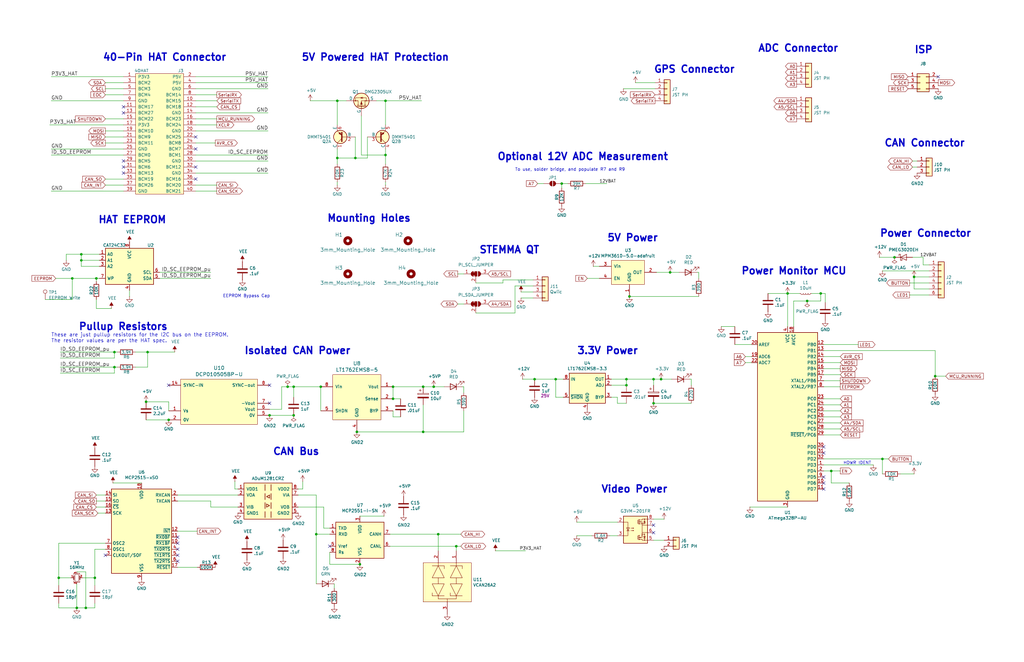
<source format=kicad_sch>
(kicad_sch (version 20250114) (generator "eeschema") (generator_version "9.0")
  (paper "USLedger")
  (title_block (title "Chart Plotter Hat") (date "2025-10-14") (rev "C.4") (company "bit-builder.com"))
  (text "3.3V Power" (at 243.205 149.86 0) (effects (font (size 2.9972 2.9972) (thickness 0.5994) (bold yes)) (justify left bottom)))
  (text "HAT EEPROM" (at 41.275 94.615 0) (effects (font (size 2.9972 2.9972) (thickness 0.5994) (bold yes)) (justify left bottom)))
  (text "5V Power" (at 255.905 102.235 0) (effects (font (size 2.9972 2.9972) (thickness 0.5994) (bold yes)) (justify left bottom)))
  (text "CAN Bus" (at 114.935 192.405 0) (effects (font (size 2.9972 2.9972) (thickness 0.5994) (bold yes)) (justify left bottom)))
  (text "These are just pullup resistors for the I2C bus on the EEPROM.\nThe resistor values are per the HAT spec." (at 21.59 144.78 0) (effects (font (size 1.524 1.524)) (justify left bottom)))
  (text "EEPROM Bypass Cap" (at 93.98 125.73 0) (effects (font (size 1.27 1.27)) (justify left bottom)))
  (text "Mounting Holes" (at 137.795 93.98 0) (effects (font (size 2.9972 2.9972) (thickness 0.5994) (bold yes)) (justify left bottom)))
  (text "To use, solder bridge, and populate R7 and R9" (at 217.17 72.39 0) (effects (font (size 1.27 1.27)) (justify left bottom)))
  (text "40-Pin HAT Connector" (at 43.18 26.035 0) (effects (font (size 2.9972 2.9972) (thickness 0.5994) (bold yes)) (justify left bottom)))
  (text "GPS Connector" (at 275.59 31.115 0) (effects (font (size 2.9972 2.9972) (thickness 0.5994) (bold yes)) (justify left bottom)))
  (text "Optional 12V ADC Measurement" (at 209.55 67.945 0) (effects (font (size 2.9972 2.9972) (thickness 0.5994) (bold yes)) (justify left bottom)))
  (text "Video Power" (at 253.365 208.28 0) (effects (font (size 2.9972 2.9972) (thickness 0.5994) (bold yes)) (justify left bottom)))
  (text "ADC Connector" (at 353.695 22.225 0) (effects (font (size 2.9972 2.9972) (thickness 0.5994) (bold yes)) (justify right bottom)))
  (text "5V Powered HAT Protection" (at 127 26.035 0) (effects (font (size 2.9972 2.9972) (thickness 0.5994) (bold yes)) (justify left bottom)))
  (text "Pullup Resistors" (at 33.02 139.7 0) (effects (font (size 2.9972 2.9972) (thickness 0.5994) (bold yes)) (justify left bottom)))
  (text "ISP" (at 385.445 22.86 0) (effects (font (size 2.9972 2.9972) (thickness 0.5994) (bold yes)) (justify left bottom)))
  (text "STEMMA QT" (at 201.93 107.315 0) (effects (font (size 2.9972 2.9972) (thickness 0.5994) (bold yes)) (justify left bottom)))
  (text "Isolated CAN Power" (at 102.87 149.86 0) (effects (font (size 2.9972 2.9972) (thickness 0.5994) (bold yes)) (justify left bottom)))
  (text "CAN Connector" (at 372.745 62.23 0) (effects (font (size 2.9972 2.9972) (thickness 0.5994) (bold yes)) (justify left bottom)))
  (text "Power Monitor MCU" (at 312.42 116.205 0) (effects (font (size 2.9972 2.9972) (thickness 0.5994) (bold yes)) (justify left bottom)))
  (text "HDWR IDENT" (at 355.6 196.215 0) (effects (font (size 1.27 1.27)) (justify left bottom)))
  (text "Power Connector" (at 370.84 100.33 0) (effects (font (size 2.9972 2.9972) (thickness 0.5994) (bold yes)) (justify left bottom)))
  (junction (at 32.385 256.54))
  (junction (at 48.26 148.59))
  (junction (at 34.29 109.855))
  (junction (at 350.52 198.755))
  (junction (at 121.285 163.195))
  (junction (at 142.24 42.545))
  (junction (at 133.35 225.425))
  (junction (at 265.43 125.095))
  (junction (at 340.36 127))
  (junction (at 113.665 175.26))
  (junction (at 142.24 66.675))
  (junction (at 332.105 123.825))
  (junction (at 123.825 175.26))
  (junction (at 236.855 77.47))
  (junction (at 182.88 163.195))
  (junction (at 40.005 243.84))
  (junction (at 162.56 42.545))
  (junction (at 264.16 162.56))
  (junction (at 30.48 117.475))
  (junction (at 372.11 193.675))
  (junction (at 123.825 163.195))
  (junction (at 234.315 160.02))
  (junction (at 24.765 243.84))
  (junction (at 225.425 160.02))
  (junction (at 40.64 117.475))
  (junction (at 264.16 160.02))
  (junction (at 149.86 66.675))
  (junction (at 151.765 238.125))
  (junction (at 61.595 169.545))
  (junction (at 178.435 182.245))
  (junction (at 346.075 123.825))
  (junction (at 36.195 256.54))
  (junction (at 62.23 148.59))
  (junction (at 282.575 114.935))
  (junction (at 385.445 116.84))
  (junction (at 394.335 158.75))
  (junction (at 275.59 160.02))
  (junction (at 377.19 108.585))
  (junction (at 275.59 170.18))
  (junction (at 162.56 65.405))
  (junction (at 178.435 163.195))
  (junction (at 165.735 163.195))
  (junction (at 34.29 107.315))
  (junction (at 184.785 225.425))
  (junction (at 71.12 177.165))
  (junction (at 165.735 168.275))
  (junction (at 192.405 230.505))
  (junction (at 150.495 182.245))
  (junction (at 135.255 163.195))
  (junction (at 278.765 160.02))
  (junction (at 48.26 154.94))
  (no_connect (at 113.665 162.56))
  (no_connect (at 52.07 70.485))
  (no_connect (at 139.065 230.505))
  (no_connect (at 74.93 229.235))
  (no_connect (at 347.345 188.595))
  (no_connect (at 52.07 67.945))
  (no_connect (at 52.07 47.625))
  (no_connect (at 347.345 206.375))
  (no_connect (at 52.07 73.025))
  (no_connect (at 82.55 57.785))
  (no_connect (at 347.345 203.835))
  (no_connect (at 74.93 236.855))
  (no_connect (at 82.55 70.485))
  (no_connect (at 71.12 162.56))
  (no_connect (at 52.07 45.085))
  (no_connect (at 347.345 191.135))
  (no_connect (at 275.59 224.79))
  (no_connect (at 44.45 234.315))
  (no_connect (at 275.59 221.615))
  (no_connect (at 74.93 231.775))
  (no_connect (at 113.665 170.18))
  (no_connect (at 82.55 75.565))
  (no_connect (at 74.93 226.695))
  (no_connect (at 74.93 234.315))
  (no_connect (at 347.345 201.295))
  (no_connect (at 395.605 32.385))
  (no_connect (at 82.55 62.865))
  (wire (pts (xy 212.09 119.38) (xy 200.66 119.38)))
  (wire (pts (xy 291.465 160.02) (xy 291.465 162.56)))
  (wire (pts (xy 30.48 117.475) (xy 40.64 117.475)))
  (wire (pts (xy 142.24 52.705) (xy 142.24 42.545)))
  (wire (pts (xy 291.465 170.18) (xy 275.59 170.18)))
  (wire (pts (xy 57.15 148.59) (xy 62.23 148.59)))
  (wire (pts (xy 139.065 238.125) (xy 151.765 238.125)))
  (wire (pts (xy 40.64 117.475) (xy 41.91 117.475)))
  (wire (pts (xy 347.345 145.415) (xy 361.95 145.415)))
  (wire (pts (xy 40.64 117.475) (xy 40.64 118.745)))
  (wire (pts (xy 372.11 193.675) (xy 374.65 193.675)))
  (wire (pts (xy 40.005 231.775) (xy 40.005 243.84)))
  (wire (pts (xy 82.55 73.025) (xy 113.03 73.025)))
  (wire (pts (xy 394.335 158.75) (xy 398.78 158.75)))
  (wire (pts (xy 34.29 109.855) (xy 34.29 112.395)))
  (wire (pts (xy 236.855 77.47) (xy 239.395 77.47)))
  (wire (pts (xy 294.64 125.095) (xy 265.43 125.095)))
  (wire (pts (xy 139.065 233.045) (xy 139.065 238.125)))
  (wire (pts (xy 41.91 109.855) (xy 34.29 109.855)))
  (wire (pts (xy 82.55 67.945) (xy 113.03 67.945)))
  (wire (pts (xy 257.81 162.56) (xy 264.16 162.56)))
  (wire (pts (xy 264.16 160.02) (xy 275.59 160.02)))
  (wire (pts (xy 332.105 213.995) (xy 316.23 213.995)))
  (wire (pts (xy 314.325 153.035) (xy 316.865 153.035)))
  (wire (pts (xy 24.765 256.54) (xy 32.385 256.54)))
  (wire (pts (xy 347.345 147.955) (xy 394.335 147.955)))
  (wire (pts (xy 152.4 65.405) (xy 162.56 65.405)))
  (wire (pts (xy 379.73 200.025) (xy 385.445 200.025)))
  (wire (pts (xy 52.07 60.325) (xy 44.45 60.325)))
  (wire (pts (xy 27.94 107.315) (xy 34.29 107.315)))
  (wire (pts (xy 136.525 222.885) (xy 136.525 213.995)))
  (wire (pts (xy 164.465 225.425) (xy 184.785 225.425)))
  (wire (pts (xy 217.17 120.65) (xy 224.79 120.65)))
  (wire (pts (xy 260.35 167.64) (xy 260.35 170.18)))
  (wire (pts (xy 127.635 206.375) (xy 127.635 203.2)))
  (wire (pts (xy 389.255 108.585) (xy 389.255 111.76)))
  (wire (pts (xy 40.64 213.995) (xy 44.45 213.995)))
  (wire (pts (xy 250.19 112.395) (xy 252.73 112.395)))
  (wire (pts (xy 154.94 66.675) (xy 154.94 57.785)))
  (wire (pts (xy 118.745 163.195) (xy 121.285 163.195)))
  (wire (pts (xy 347.345 180.975) (xy 354.33 180.975)))
  (wire (pts (xy 133.35 225.425) (xy 133.35 246.38)))
  (wire (pts (xy 334.645 127) (xy 334.645 137.795)))
  (wire (pts (xy 347.345 196.215) (xy 368.3 196.215)))
  (wire (pts (xy 36.195 256.54) (xy 32.385 256.54)))
  (wire (pts (xy 74.93 239.395) (xy 83.185 239.395)))
  (wire (pts (xy 30.48 126.365) (xy 30.48 117.475)))
  (wire (pts (xy 195.58 163.195) (xy 195.58 165.735)))
  (wire (pts (xy 150.495 182.245) (xy 178.435 182.245)))
  (wire (pts (xy 184.785 225.425) (xy 194.31 225.425)))
  (wire (pts (xy 52.07 65.405) (xy 21.59 65.405)))
  (wire (pts (xy 208.915 232.41) (xy 221.615 232.41)))
  (wire (pts (xy 385.445 116.84) (xy 385.445 121.92)))
  (wire (pts (xy 342.265 123.825) (xy 346.075 123.825)))
  (wire (pts (xy 130.81 42.545) (xy 142.24 42.545)))
  (wire (pts (xy 140.97 248.285) (xy 140.97 246.38)))
  (wire (pts (xy 82.55 50.165) (xy 91.44 50.165)))
  (wire (pts (xy 52.07 40.005) (xy 44.45 40.005)))
  (wire (pts (xy 165.735 168.275) (xy 165.735 163.195)))
  (wire (pts (xy 195.58 182.245) (xy 178.435 182.245)))
  (wire (pts (xy 347.345 198.755) (xy 350.52 198.755)))
  (wire (pts (xy 123.825 163.195) (xy 135.255 163.195)))
  (wire (pts (xy 162.56 62.865) (xy 162.56 65.405)))
  (wire (pts (xy 164.465 230.505) (xy 192.405 230.505)))
  (wire (pts (xy 212.09 118.11) (xy 212.09 119.38)))
  (wire (pts (xy 91.44 80.645) (xy 82.55 80.645)))
  (wire (pts (xy 125.73 206.375) (xy 127.635 206.375)))
  (wire (pts (xy 40.005 256.54) (xy 36.195 256.54)))
  (wire (pts (xy 347.345 175.895) (xy 354.33 175.895)))
  (wire (pts (xy 332.105 123.825) (xy 332.105 137.795)))
  (wire (pts (xy 151.765 217.805) (xy 161.925 217.805)))
  (wire (pts (xy 370.84 108.585) (xy 377.19 108.585)))
  (wire (pts (xy 294.005 114.935) (xy 294.64 114.935)))
  (wire (pts (xy 347.345 160.655) (xy 354.33 160.655)))
  (wire (pts (xy 193.04 128.27) (xy 195.58 128.27)))
  (wire (pts (xy 219.71 125.73) (xy 224.79 125.73)))
  (wire (pts (xy 82.55 47.625) (xy 113.03 47.625)))
  (wire (pts (xy 226.695 77.47) (xy 229.235 77.47)))
  (wire (pts (xy 383.54 119.38) (xy 391.795 119.38)))
  (wire (pts (xy 346.075 127) (xy 346.075 123.825)))
  (wire (pts (xy 74.93 208.915) (xy 100.33 208.915)))
  (wire (pts (xy 260.35 170.18) (xy 264.16 170.18)))
  (wire (pts (xy 32.385 246.38) (xy 32.385 256.54)))
  (wire (pts (xy 25.4 148.59) (xy 48.26 148.59)))
  (wire (pts (xy 54.61 122.555) (xy 54.61 125.095)))
  (wire (pts (xy 158.75 42.545) (xy 162.56 42.545)))
  (wire (pts (xy 48.26 151.13) (xy 25.4 151.13)))
  (wire (pts (xy 118.745 172.72) (xy 118.745 163.195)))
  (wire (pts (xy 99.06 206.375) (xy 99.06 203.2)))
  (wire (pts (xy 262.89 37.465) (xy 276.225 37.465)))
  (wire (pts (xy 234.315 160.02) (xy 237.49 160.02)))
  (wire (pts (xy 282.575 114.935) (xy 286.385 114.935)))
  (wire (pts (xy 61.595 169.545) (xy 71.12 169.545)))
  (wire (pts (xy 46.99 130.175) (xy 40.64 130.175)))
  (wire (pts (xy 347.345 163.195) (xy 354.33 163.195)))
  (wire (pts (xy 34.29 107.315) (xy 41.91 107.315)))
  (wire (pts (xy 40.005 243.84) (xy 40.005 247.015)))
  (wire (pts (xy 358.14 203.835) (xy 350.52 203.835)))
  (wire (pts (xy 34.925 243.84) (xy 40.005 243.84)))
  (wire (pts (xy 194.945 163.195) (xy 195.58 163.195)))
  (wire (pts (xy 52.07 50.165) (xy 44.45 50.165)))
  (wire (pts (xy 220.345 160.02) (xy 225.425 160.02)))
  (wire (pts (xy 391.795 121.92) (xy 385.445 121.92)))
  (wire (pts (xy 346.075 123.825) (xy 347.98 123.825)))
  (wire (pts (xy 165.735 175.895) (xy 168.91 175.895)))
  (wire (pts (xy 224.79 118.11) (xy 212.09 118.11)))
  (wire (pts (xy 290.83 160.02) (xy 291.465 160.02)))
  (wire (pts (xy 36.195 241.3) (xy 36.195 256.54)))
  (wire (pts (xy 243.205 220.345) (xy 260.35 220.345)))
  (wire (pts (xy 52.07 52.705) (xy 20.955 52.705)))
  (wire (pts (xy 67.31 114.935) (xy 88.9 114.935)))
  (wire (pts (xy 82.55 52.705) (xy 91.44 52.705)))
  (wire (pts (xy 383.54 124.46) (xy 391.795 124.46)))
  (wire (pts (xy 162.56 78.105) (xy 162.56 76.835)))
  (wire (pts (xy 394.335 147.955) (xy 394.335 158.75)))
  (wire (pts (xy 184.785 232.41) (xy 184.785 225.425)))
  (wire (pts (xy 372.11 114.3) (xy 391.795 114.3)))
  (wire (pts (xy 247.015 77.47) (xy 255.905 77.47)))
  (wire (pts (xy 142.24 62.865) (xy 142.24 66.675)))
  (wire (pts (xy 82.55 55.245) (xy 113.03 55.245)))
  (wire (pts (xy 52.07 57.785) (xy 44.45 57.785)))
  (wire (pts (xy 52.07 37.465) (xy 44.45 37.465)))
  (wire (pts (xy 165.735 168.275) (xy 168.91 168.275)))
  (wire (pts (xy 237.49 167.64) (xy 234.315 167.64)))
  (wire (pts (xy 82.55 45.085) (xy 91.44 45.085)))
  (wire (pts (xy 386.715 67.945) (xy 384.81 67.945)))
  (wire (pts (xy 52.07 42.545) (xy 21.59 42.545)))
  (wire (pts (xy 139.065 225.425) (xy 133.35 225.425)))
  (wire (pts (xy 40.64 130.175) (xy 40.64 126.365)))
  (wire (pts (xy 40.64 211.455) (xy 44.45 211.455)))
  (wire (pts (xy 135.255 173.355) (xy 135.255 163.195)))
  (wire (pts (xy 91.44 78.105) (xy 82.55 78.105)))
  (wire (pts (xy 347.345 153.035) (xy 354.33 153.035)))
  (wire (pts (xy 275.59 160.02) (xy 278.765 160.02)))
  (wire (pts (xy 27.94 107.315) (xy 27.94 109.855)))
  (wire (pts (xy 24.765 229.235) (xy 24.765 243.84)))
  (wire (pts (xy 323.85 123.825) (xy 332.105 123.825)))
  (wire (pts (xy 52.07 34.925) (xy 44.45 34.925)))
  (wire (pts (xy 48.26 154.94) (xy 49.53 154.94)))
  (wire (pts (xy 32.385 241.3) (xy 36.195 241.3)))
  (wire (pts (xy 334.645 127) (xy 340.36 127)))
  (wire (pts (xy 82.55 37.465) (xy 113.03 37.465)))
  (wire (pts (xy 100.33 206.375) (xy 99.06 206.375)))
  (wire (pts (xy 178.435 163.195) (xy 182.88 163.195)))
  (wire (pts (xy 113.665 175.26) (xy 123.825 175.26)))
  (wire (pts (xy 350.52 203.835) (xy 350.52 198.755)))
  (wire (pts (xy 23.495 117.475) (xy 30.48 117.475)))
  (wire (pts (xy 340.36 127) (xy 346.075 127)))
  (wire (pts (xy 165.735 173.355) (xy 165.735 175.895)))
  (wire (pts (xy 40.64 208.915) (xy 44.45 208.915)))
  (wire (pts (xy 139.065 222.885) (xy 136.525 222.885)))
  (wire (pts (xy 40.005 254.635) (xy 40.005 256.54)))
  (wire (pts (xy 350.52 198.755) (xy 354.33 198.755)))
  (wire (pts (xy 34.29 107.315) (xy 34.29 109.855)))
  (wire (pts (xy 133.35 208.915) (xy 125.73 208.915)))
  (wire (pts (xy 249.555 226.06) (xy 243.205 226.06)))
  (wire (pts (xy 82.55 32.385) (xy 113.03 32.385)))
  (wire (pts (xy 152.4 48.895) (xy 152.4 65.405)))
  (wire (pts (xy 275.59 162.56) (xy 275.59 160.02)))
  (wire (pts (xy 149.86 57.785) (xy 149.86 66.675)))
  (wire (pts (xy 225.425 160.02) (xy 234.315 160.02)))
  (wire (pts (xy 278.765 160.02) (xy 283.21 160.02)))
  (wire (pts (xy 257.175 226.06) (xy 260.35 226.06)))
  (wire (pts (xy 52.07 32.385) (xy 21.59 32.385)))
  (wire (pts (xy 386.715 70.485) (xy 384.81 70.485)))
  (wire (pts (xy 178.435 170.815) (xy 178.435 182.245)))
  (wire (pts (xy 304.165 137.795) (xy 309.88 137.795)))
  (wire (pts (xy 337.185 123.825) (xy 332.105 123.825)))
  (wire (pts (xy 192.405 232.41) (xy 192.405 230.505)))
  (wire (pts (xy 142.24 78.105) (xy 142.24 76.835)))
  (wire (pts (xy 234.315 167.64) (xy 234.315 160.02)))
  (wire (pts (xy 347.98 123.825) (xy 347.98 127.635)))
  (wire (pts (xy 347.345 193.675) (xy 372.11 193.675)))
  (wire (pts (xy 275.59 227.965) (xy 280.035 227.965)))
  (wire (pts (xy 276.86 114.935) (xy 282.575 114.935)))
  (wire (pts (xy 48.26 151.13) (xy 48.26 148.59)))
  (wire (pts (xy 165.735 163.195) (xy 178.435 163.195)))
  (wire (pts (xy 257.81 167.64) (xy 260.35 167.64)))
  (wire (pts (xy 162.56 52.705) (xy 162.56 42.545)))
  (wire (pts (xy 88.9 211.455) (xy 88.9 213.995)))
  (wire (pts (xy 30.48 126.365) (xy 19.05 126.365)))
  (wire (pts (xy 136.525 213.995) (xy 125.73 213.995)))
  (wire (pts (xy 247.65 117.475) (xy 252.73 117.475)))
  (wire (pts (xy 347.345 183.515) (xy 354.33 183.515)))
  (wire (pts (xy 257.81 160.02) (xy 264.16 160.02)))
  (wire (pts (xy 389.255 111.76) (xy 391.795 111.76)))
  (wire (pts (xy 182.88 163.195) (xy 187.325 163.195)))
  (wire (pts (xy 62.23 154.94) (xy 62.23 148.59)))
  (wire (pts (xy 82.55 40.005) (xy 91.44 40.005)))
  (wire (pts (xy 217.17 120.65) (xy 217.17 132.08)))
  (wire (pts (xy 82.55 60.325) (xy 90.805 60.325)))
  (wire (pts (xy 44.45 229.235) (xy 24.765 229.235)))
  (wire (pts (xy 347.345 168.275) (xy 354.33 168.275)))
  (wire (pts (xy 294.64 114.935) (xy 294.64 117.475)))
  (wire (pts (xy 347.345 150.495) (xy 354.33 150.495)))
  (wire (pts (xy 372.11 200.025) (xy 372.11 193.675)))
  (wire (pts (xy 347.345 155.575) (xy 354.33 155.575)))
  (wire (pts (xy 162.56 65.405) (xy 162.56 69.215)))
  (wire (pts (xy 24.765 254.635) (xy 24.765 256.54)))
  (wire (pts (xy 142.24 66.675) (xy 149.86 66.675)))
  (wire (pts (xy 34.29 112.395) (xy 41.91 112.395)))
  (wire (pts (xy 41.275 216.535) (xy 44.45 216.535)))
  (wire (pts (xy 280.035 219.075) (xy 275.59 219.075)))
  (wire (pts (xy 48.26 148.59) (xy 49.53 148.59)))
  (wire (pts (xy 133.35 208.915) (xy 133.35 225.425)))
  (wire (pts (xy 48.26 157.48) (xy 25.4 157.48)))
  (wire (pts (xy 74.93 224.155) (xy 83.185 224.155)))
  (wire (pts (xy 74.93 211.455) (xy 88.9 211.455)))
  (wire (pts (xy 25.4 154.94) (xy 48.26 154.94)))
  (wire (pts (xy 52.07 62.865) (xy 21.59 62.865)))
  (wire (pts (xy 192.405 230.505) (xy 194.31 230.505)))
  (wire (pts (xy 347.345 158.115) (xy 354.33 158.115)))
  (wire (pts (xy 195.58 173.355) (xy 195.58 182.245)))
  (wire (pts (xy 347.345 170.815) (xy 354.33 170.815)))
  (wire (pts (xy 193.04 115.57) (xy 195.58 115.57)))
  (wire (pts (xy 217.17 132.08) (xy 200.66 132.08)))
  (wire (pts (xy 24.765 243.84) (xy 24.765 247.015)))
  (wire (pts (xy 88.9 213.995) (xy 100.33 213.995)))
  (wire (pts (xy 276.225 34.925) (xy 267.97 34.925)))
  (wire (pts (xy 384.81 108.585) (xy 389.255 108.585)))
  (wire (pts (xy 162.56 42.545) (xy 177.8 42.545)))
  (wire (pts (xy 44.45 78.105) (xy 52.07 78.105)))
  (wire (pts (xy 316.865 145.415) (xy 309.88 145.415)))
  (wire (pts (xy 62.23 148.59) (xy 73.66 148.59)))
  (wire (pts (xy 82.55 34.925) (xy 113.03 34.925)))
  (wire (pts (xy 123.825 167.64) (xy 123.825 163.195)))
  (wire (pts (xy 48.26 157.48) (xy 48.26 154.94)))
  (wire (pts (xy 82.55 42.545) (xy 91.44 42.545)))
  (wire (pts (xy 61.595 177.165) (xy 71.12 177.165)))
  (wire (pts (xy 347.345 178.435) (xy 354.33 178.435)))
  (wire (pts (xy 264.16 162.56) (xy 264.16 160.02)))
  (wire (pts (xy 82.55 65.405) (xy 113.03 65.405)))
  (wire (pts (xy 52.07 80.645) (xy 21.59 80.645)))
  (wire (pts (xy 47.625 203.835) (xy 59.69 203.835)))
  (wire (pts (xy 44.45 231.775) (xy 40.005 231.775)))
  (wire (pts (xy 71.12 169.545) (xy 71.12 173.355)))
  (wire (pts (xy 142.24 42.545) (xy 146.05 42.545)))
  (wire (pts (xy 149.86 66.675) (xy 154.94 66.675)))
  (wire (pts (xy 314.325 150.495) (xy 316.865 150.495)))
  (wire (pts (xy 142.24 66.675) (xy 142.24 69.215)))
  (wire (pts (xy 219.71 123.19) (xy 224.79 123.19)))
  (wire (pts (xy 347.345 173.355) (xy 354.33 173.355)))
  (wire (pts (xy 52.07 55.245) (xy 44.45 55.245)))
  (wire (pts (xy 391.795 116.84) (xy 385.445 116.84)))
  (wire (pts (xy 62.23 154.94) (xy 57.15 154.94)))
  (wire (pts (xy 121.285 163.195) (xy 123.825 163.195)))
  (wire (pts (xy 24.765 243.84) (xy 29.845 243.84)))
  (wire (pts (xy 88.9 117.475) (xy 67.31 117.475)))
  (wire (pts (xy 113.665 172.72) (xy 118.745 172.72)))
  (wire (pts (xy 236.855 79.375) (xy 236.855 77.47)))
  (wire (pts (xy 44.45 75.565) (xy 52.07 75.565)))
  (label "P5V_HAT" (at 113.03 32.385 180) (effects (font (size 1.524 1.524))))
  (label "ID_SD_EEPROM_pu" (at 88.9 117.475 180) (effects (font (size 1.524 1.524))))
  (label "ID_SC_EEPROM" (at 25.4 157.48 0) (effects (font (size 1.524 1.524))))
  (label "GND" (at 21.59 62.865 0) (effects (font (size 1.524 1.524))))
  (label "GND" (at 21.59 80.645 0) (effects (font (size 1.524 1.524))))
  (label "ID_SC_EEPROM_pu" (at 88.9 114.935 180) (effects (font (size 1.524 1.524))))
  (label "GND" (at 21.59 42.545 0) (effects (font (size 1.524 1.524))))
  (label "12VBAT" (at 387.985 108.585 0))
  (label "12VBAT" (at 252.73 77.47 0))
  (label "GND" (at 113.03 37.465 180) (effects (font (size 1.524 1.524))))
  (label "ID_SD_EEPROM_pu" (at 25.4 148.59 0) (effects (font (size 1.524 1.524))))
  (label "P5V_HAT" (at 177.8 42.545 180) (effects (font (size 1.524 1.524))))
  (label "GND" (at 113.03 47.625 180) (effects (font (size 1.524 1.524))))
  (label "ID_SC_EEPROM" (at 113.03 65.405 180) (effects (font (size 1.524 1.524))))
  (label "P3V3_HAT" (at 219.075 232.41 0))
  (label "GND" (at 113.03 73.025 180) (effects (font (size 1.524 1.524))))
  (label "ID_SD_EEPROM" (at 25.4 151.13 0) (effects (font (size 1.524 1.524))))
  (label "P5V_HAT" (at 113.03 34.925 180) (effects (font (size 1.524 1.524))))
  (label "ID_SD_EEPROM" (at 21.59 65.405 0) (effects (font (size 1.524 1.524))))
  (label "P3V3_HAT" (at 21.59 32.385 0) (effects (font (size 1.524 1.524))))
  (label "GND" (at 113.03 67.945 180) (effects (font (size 1.524 1.524))))
  (label "ID_SC_EEPROM_pu" (at 25.4 154.94 0) (effects (font (size 1.524 1.524))))
  (label "GND" (at 113.03 55.245 180) (effects (font (size 1.524 1.524))))
  (label "P3V3_HAT" (at 20.955 52.705 0) (effects (font (size 1.524 1.524))))
  (global_label "RESET" (shape input) (at 354.33 183.515 0) (property "Intersheetrefs" "${INTERSHEET_REFS}" (effects (hide yes))))
  (global_label "SDA" (shape bidirectional) (at 193.04 128.27 180) (property "Intersheetrefs" "${INTERSHEET_REFS}" (effects (hide yes))))
  (global_label "CAN_LO" (shape bidirectional) (at 194.31 230.505 0) (property "Intersheetrefs" "${INTERSHEET_REFS}" (effects (hide yes))))
  (global_label "A4{slash}SDA" (shape output) (at 335.915 42.545 180) (property "Intersheetrefs" "${INTERSHEET_REFS}" (effects (hide yes))))
  (global_label "CAN_SO" (shape input) (at 44.45 75.565 180) (property "Intersheetrefs" "${INTERSHEET_REFS}" (effects (hide yes))))
  (global_label "A6" (shape input) (at 314.325 150.495 180) (property "Intersheetrefs" "${INTERSHEET_REFS}" (effects (hide yes))))
  (global_label "CAN_CS" (shape input) (at 40.64 213.995 180) (property "Intersheetrefs" "${INTERSHEET_REFS}" (effects (hide yes))))
  (global_label "A5{slash}SCL" (shape input) (at 205.74 115.57 0) (property "Intersheetrefs" "${INTERSHEET_REFS}" (effects (hide yes))))
  (global_label "A3" (shape output) (at 335.915 35.56 180) (property "Intersheetrefs" "${INTERSHEET_REFS}" (effects (hide yes))))
  (global_label "CAN_CS" (shape input) (at 91.44 45.085 0) (property "Intersheetrefs" "${INTERSHEET_REFS}" (effects (hide yes))))
  (global_label "A1" (shape input) (at 354.33 170.815 0) (property "Intersheetrefs" "${INTERSHEET_REFS}" (effects (hide yes))))
  (global_label "MOSI" (shape output) (at 395.605 34.925 0) (property "Intersheetrefs" "${INTERSHEET_REFS}" (effects (hide yes))))
  (global_label "MISO" (shape input) (at 44.45 57.785 180) (property "Intersheetrefs" "${INTERSHEET_REFS}" (effects (hide yes))))
  (global_label "AVR_CS" (shape input) (at 354.33 150.495 0) (property "Intersheetrefs" "${INTERSHEET_REFS}" (effects (hide yes))))
  (global_label "CAN_SI" (shape input) (at 40.64 208.915 180) (property "Intersheetrefs" "${INTERSHEET_REFS}" (effects (hide yes))))
  (global_label "MOSI" (shape output) (at 44.45 55.245 180) (property "Intersheetrefs" "${INTERSHEET_REFS}" (effects (hide yes))))
  (global_label "A1" (shape output) (at 335.915 30.48 180) (property "Intersheetrefs" "${INTERSHEET_REFS}" (effects (hide yes))))
  (global_label "EEPROM" (shape output) (at 354.33 163.195 0) (property "Intersheetrefs" "${INTERSHEET_REFS}" (effects (hide yes))))
  (global_label "CAN_HI" (shape bidirectional) (at 384.81 67.945 180) (property "Intersheetrefs" "${INTERSHEET_REFS}" (effects (hide yes))))
  (global_label "SHUTDOWN" (shape output) (at 354.33 160.655 0) (property "Intersheetrefs" "${INTERSHEET_REFS}" (effects (hide yes))))
  (global_label "A3" (shape input) (at 354.33 175.895 0) (property "Intersheetrefs" "${INTERSHEET_REFS}" (effects (hide yes))))
  (global_label "CAN_SCK" (shape output) (at 91.44 80.645 0) (property "Intersheetrefs" "${INTERSHEET_REFS}" (effects (hide yes))))
  (global_label "MCU_RUNNING" (shape input) (at 398.78 158.75 0) (property "Intersheetrefs" "${INTERSHEET_REFS}" (effects (hide yes))))
  (global_label "A5{slash}SCL" (shape input) (at 354.33 180.975 0) (property "Intersheetrefs" "${INTERSHEET_REFS}" (effects (hide yes))))
  (global_label "BUTTON" (shape input) (at 374.65 193.675 0) (property "Intersheetrefs" "${INTERSHEET_REFS}" (effects (hide yes))))
  (global_label "A7" (shape output) (at 335.915 50.165 180) (property "Intersheetrefs" "${INTERSHEET_REFS}" (effects (hide yes))))
  (global_label "CAN_INT" (shape output) (at 83.185 224.155 0) (property "Intersheetrefs" "${INTERSHEET_REFS}" (effects (hide yes))))
  (global_label "LED1" (shape output) (at 361.95 145.415 0) (property "Intersheetrefs" "${INTERSHEET_REFS}" (effects (hide yes))))
  (global_label "SerialTX" (shape input) (at 91.44 42.545 0) (property "Intersheetrefs" "${INTERSHEET_REFS}" (effects (hide yes))))
  (global_label "RESET" (shape input) (at 382.905 37.465 180) (property "Intersheetrefs" "${INTERSHEET_REFS}" (effects (hide yes))))
  (global_label "CAN_SO" (shape output) (at 40.64 211.455 180) (property "Intersheetrefs" "${INTERSHEET_REFS}" (effects (hide yes))))
  (global_label "SCK" (shape input) (at 354.33 158.115 0) (property "Intersheetrefs" "${INTERSHEET_REFS}" (effects (hide yes))))
  (global_label "A0" (shape input) (at 354.33 168.275 0) (property "Intersheetrefs" "${INTERSHEET_REFS}" (effects (hide yes))))
  (global_label "CAN_HI" (shape bidirectional) (at 194.31 225.425 0) (property "Intersheetrefs" "${INTERSHEET_REFS}" (effects (hide yes))))
  (global_label "MCU_RUNNING" (shape output) (at 91.44 50.165 0) (property "Intersheetrefs" "${INTERSHEET_REFS}" (effects (hide yes))))
  (global_label "XCLR" (shape output) (at 91.44 52.705 0) (property "Intersheetrefs" "${INTERSHEET_REFS}" (effects (hide yes))))
  (global_label "SerialRX" (shape input) (at 276.225 40.005 180) (property "Intersheetrefs" "${INTERSHEET_REFS}" (effects (hide yes))))
  (global_label "MOSI" (shape input) (at 354.33 153.035 0) (property "Intersheetrefs" "${INTERSHEET_REFS}" (effects (hide yes))))
  (global_label "A4{slash}SDA" (shape input) (at 205.74 128.27 0) (property "Intersheetrefs" "${INTERSHEET_REFS}" (effects (hide yes))))
  (global_label "A7" (shape input) (at 226.695 77.47 180) (property "Intersheetrefs" "${INTERSHEET_REFS}" (effects (hide yes))))
  (global_label "SDA" (shape bidirectional) (at 44.45 34.925 180) (property "Intersheetrefs" "${INTERSHEET_REFS}" (effects (hide yes))))
  (global_label "MISO" (shape output) (at 354.33 155.575 0) (property "Intersheetrefs" "${INTERSHEET_REFS}" (effects (hide yes))))
  (global_label "SCL" (shape output) (at 193.04 115.57 180) (property "Intersheetrefs" "${INTERSHEET_REFS}" (effects (hide yes))))
  (global_label "AVR_CS" (shape output) (at 90.805 60.325 0) (property "Intersheetrefs" "${INTERSHEET_REFS}" (effects (hide yes))))
  (global_label "SHUTDOWN" (shape input) (at 44.45 50.165 180) (property "Intersheetrefs" "${INTERSHEET_REFS}" (effects (hide yes))))
  (global_label "MISO" (shape input) (at 382.905 32.385 180) (property "Intersheetrefs" "${INTERSHEET_REFS}" (effects (hide yes))))
  (global_label "SerialTX" (shape output) (at 276.225 42.545 180) (property "Intersheetrefs" "${INTERSHEET_REFS}" (effects (hide yes))))
  (global_label "CAN_LO" (shape bidirectional) (at 384.81 70.485 180) (property "Intersheetrefs" "${INTERSHEET_REFS}" (effects (hide yes))))
  (global_label "CAN_SCK" (shape input) (at 41.275 216.535 180) (property "Intersheetrefs" "${INTERSHEET_REFS}" (effects (hide yes))))
  (global_label "A0" (shape output) (at 335.915 27.94 180) (property "Intersheetrefs" "${INTERSHEET_REFS}" (effects (hide yes))))
  (global_label "LED1" (shape output) (at 383.54 124.46 180) (property "Intersheetrefs" "${INTERSHEET_REFS}" (effects (hide yes))))
  (global_label "A4{slash}SDA" (shape input) (at 354.33 178.435 0) (property "Intersheetrefs" "${INTERSHEET_REFS}" (effects (hide yes))))
  (global_label "A5{slash}SCL" (shape output) (at 335.915 45.085 180) (property "Intersheetrefs" "${INTERSHEET_REFS}" (effects (hide yes))))
  (global_label "EOC" (shape input) (at 44.45 40.005 180) (property "Intersheetrefs" "${INTERSHEET_REFS}" (effects (hide yes))))
  (global_label "EN" (shape output) (at 354.33 198.755 0) (property "Intersheetrefs" "${INTERSHEET_REFS}" (effects (hide yes))))
  (global_label "A6" (shape output) (at 335.915 47.625 180) (property "Intersheetrefs" "${INTERSHEET_REFS}" (effects (hide yes))))
  (global_label "A7" (shape input) (at 314.325 153.035 180) (property "Intersheetrefs" "${INTERSHEET_REFS}" (effects (hide yes))))
  (global_label "EEPROM" (shape input) (at 23.495 117.475 180) (property "Intersheetrefs" "${INTERSHEET_REFS}" (effects (hide yes))))
  (global_label "EN" (shape input) (at 247.65 117.475 180) (property "Intersheetrefs" "${INTERSHEET_REFS}" (effects (hide yes))))
  (global_label "A2" (shape output) (at 335.915 33.02 180) (property "Intersheetrefs" "${INTERSHEET_REFS}" (effects (hide yes))))
  (global_label "SCK" (shape output) (at 44.45 60.325 180) (property "Intersheetrefs" "${INTERSHEET_REFS}" (effects (hide yes))))
  (global_label "CAN_INT" (shape input) (at 44.45 78.105 180) (property "Intersheetrefs" "${INTERSHEET_REFS}" (effects (hide yes))))
  (global_label "SCL" (shape output) (at 44.45 37.465 180) (property "Intersheetrefs" "${INTERSHEET_REFS}" (effects (hide yes))))
  (global_label "SerialRX" (shape output) (at 91.44 40.005 0) (property "Intersheetrefs" "${INTERSHEET_REFS}" (effects (hide yes))))
  (global_label "BUTTON" (shape output) (at 383.54 119.38 180) (property "Intersheetrefs" "${INTERSHEET_REFS}" (effects (hide yes))))
  (global_label "CAN_SI" (shape output) (at 91.44 78.105 0) (property "Intersheetrefs" "${INTERSHEET_REFS}" (effects (hide yes))))
  (global_label "SCK" (shape output) (at 382.905 34.925 180) (property "Intersheetrefs" "${INTERSHEET_REFS}" (effects (hide yes))))
  (global_label "A2" (shape input) (at 354.33 173.355 0) (property "Intersheetrefs" "${INTERSHEET_REFS}" (effects (hide yes))))
  (symbol (lib_id "Mechanical:MountingHole") (at 146.685 101.6 0) (unit 1)
    (property "Reference" "H1" (at 142.875 99.06 0) (effects (font (size 1.524 1.524))))
    (property "Value" "3mm_Mounting_Hole" (at 146.685 105.41 0) (effects (font (size 1.524 1.524))))
    (property "Footprint" "project_footprints:NPTH_3mm_ID" (effects (hide yes)))
  )
  (symbol (lib_id "Mechanical:MountingHole") (at 172.085 101.6 0) (unit 1)
    (property "Reference" "H2" (at 168.275 99.06 0) (effects (font (size 1.524 1.524))))
    (property "Value" "3mm_Mounting_Hole" (at 172.085 105.41 0) (effects (font (size 1.524 1.524))))
    (property "Footprint" "project_footprints:NPTH_3mm_ID" (effects (hide yes)))
  )
  (symbol (lib_id "Mechanical:MountingHole") (at 146.685 115.57 0) (unit 1)
    (property "Reference" "H3" (at 142.875 113.03 0) (effects (font (size 1.524 1.524))))
    (property "Value" "3mm_Mounting_Hole" (at 146.685 119.38 0) (effects (font (size 1.524 1.524))))
    (property "Footprint" "project_footprints:NPTH_3mm_ID" (effects (hide yes)))
  )
  (symbol (lib_id "Mechanical:MountingHole") (at 173.355 115.57 0) (unit 1)
    (property "Reference" "H4" (at 169.545 113.03 0) (effects (font (size 1.524 1.524))))
    (property "Value" "3mm_Mounting_Hole" (at 173.355 119.38 0) (effects (font (size 1.524 1.524))))
    (property "Footprint" "project_footprints:NPTH_3mm_ID" (effects (hide yes)))
  )
  (symbol (lib_id "raspberrypi_hat:OX40HAT") (at 67.31 32.385 0) (unit 1)
    (property "Reference" "J3" (at 76.2 29.845 0))
    (property "Value" "40HAT" (at 59.69 29.845 0))
    (property "Footprint" "Connector_PinSocket_2.54mm:PinSocket_2x20_P2.54mm_Vertical" (effects (hide yes)))
  )
  (symbol (lib_id "raspberrypi_hat:DMG2305UX") (at 152.4 42.545 90) (unit 1)
    (property "Reference" "Q1" (at 148.59 38.735 90) (effects (justify right)))
    (property "Value" "DMG2305UX" (at 153.67 38.735 90) (effects (justify right)))
    (property "Footprint" "Package_TO_SOT_SMD:SOT-23" (effects (hide yes)))
  )
  (symbol (lib_id "raspberrypi_hat:DMMT5401") (at 144.78 57.785 180) (unit 1)
    (property "Reference" "Q2" (at 139.7 59.69 0) (effects (justify left)))
    (property "Value" "DMMT5401" (at 139.7 57.785 0) (effects (justify left)))
    (property "Footprint" "Package_TO_SOT_SMD:SOT-23-6" (effects (hide yes)))
  )
  (symbol (lib_id "raspberrypi_hat:DMMT5401") (at 160.02 57.785 0) (mirror x) (unit 2)
    (property "Reference" "Q2" (at 165.1 59.69 0) (effects (justify left)))
    (property "Value" "DMMT5401" (at 165.1 57.785 0) (effects (justify left)))
    (property "Footprint" "Package_TO_SOT_SMD:SOT-23-6" (effects (hide yes)))
  )
  (symbol (lib_id "Device:R") (at 142.24 73.025 0) (unit 1)
    (property "Reference" "R23" (at 144.272 73.025 90))
    (property "Value" "10K" (at 142.24 73.025 90))
    (property "Footprint" "Resistors_SMD:R_0603" (effects (hide yes)))
  )
  (symbol (lib_id "Device:R") (at 162.56 73.025 0) (unit 1)
    (property "Reference" "R24" (at 164.592 73.025 90))
    (property "Value" "47K" (at 162.56 73.025 90))
    (property "Footprint" "Resistors_SMD:R_0603" (effects (hide yes)))
  )
  (symbol (lib_id "power:GND") (at 142.24 78.105 0) (unit 1)
    (property "Reference" "#PWR01" (effects (hide yes)))
    (property "Value" "GND" (at 142.24 81.915 0))
  )
  (symbol (lib_id "power:GND") (at 162.56 78.105 0) (unit 1)
    (property "Reference" "#PWR02" (effects (hide yes)))
    (property "Value" "GND" (at 162.56 81.915 0))
  )
  (symbol (lib_id "raspberrypi_hat:CAT24C32") (at 54.61 112.395 0) (unit 1)
    (property "Reference" "U2" (at 63.5 103.505 0))
    (property "Value" "CAT24C32" (at 48.26 103.505 0))
    (property "Footprint" "Package_SOIC:SOIC-8_3.9x4.9mm_P1.27mm" (effects (hide yes)))
  )
  (symbol (lib_id "Device:R") (at 53.34 148.59 270) (unit 1)
    (property "Reference" "R6" (at 53.34 150.622 90))
    (property "Value" "3.9K" (at 53.34 148.59 90))
    (property "Footprint" "Resistors_SMD:R_0603" (effects (hide yes)))
  )
  (symbol (lib_id "Device:R") (at 53.34 154.94 270) (unit 1)
    (property "Reference" "R8" (at 53.34 156.972 90))
    (property "Value" "3.9K" (at 53.34 154.94 90))
    (property "Footprint" "Resistors_SMD:R_0603" (effects (hide yes)))
  )
  (symbol (lib_id "Device:R") (at 40.64 122.555 180) (unit 1)
    (property "Reference" "R22" (at 38.608 122.555 90))
    (property "Value" "10K" (at 40.64 122.555 90))
    (property "Footprint" "Resistors_SMD:R_0603" (effects (hide yes)))
  )
  (symbol (lib_id "power:GND") (at 27.94 109.855 0) (unit 1)
    (property "Reference" "#PWR03" (effects (hide yes)))
    (property "Value" "GND" (at 27.94 113.665 0))
  )
  (symbol (lib_id "power:GND") (at 54.61 125.095 0) (unit 1)
    (property "Reference" "#PWR05" (effects (hide yes)))
    (property "Value" "GND" (at 54.61 128.905 0))
  )
  (symbol (lib_id "adafruit:MPM3610-adafruit") (at 265.43 108.585 0) (unit 1)
    (property "Reference" "U3" (at 264.795 105.664 0))
    (property "Value" "MPM3610-5.0-adafruit" (at 264.795 107.9754 0))
    (property "Footprint" "CustomComponents:Adafruit_MPM3610" (effects (hide yes)))
  )
  (symbol (lib_id "MCU_Microchip_ATmega:ATmega328P-AU") (at 332.105 175.895 0) (unit 1)
    (property "Reference" "U1" (at 332.105 216.2556 0))
    (property "Value" "ATmega328P-AU" (at 332.105 218.567 0))
    (property "Footprint" "Housings_QFP:TQFP-32_7x7mm_Pitch0.8mm" (effects (hide yes)))
    (property "Datasheet" "http://ww1.microchip.com/downloads/en/DeviceDoc/ATmega328_P%20AVR%20MCU%20with%20picoPower%20Technology%20Data%20Sheet%2040001984A.pdf" (effects (hide yes)))
  )
  (symbol (lib_id "power:GND") (at 265.43 125.095 0) (unit 1)
    (property "Reference" "#PWR0105" (effects (hide yes)))
    (property "Value" "GND" (at 265.43 128.905 0))
  )
  (symbol (lib_id "Connector_Generic:Conn_01x04") (at 281.305 37.465 0) (unit 1)
    (property "Reference" "J7" (at 283.337 37.6682 0) (effects (justify left)))
    (property "Value" "JST PH" (at 283.337 39.9796 0) (effects (justify left)))
    (property "Footprint" "Connectors_JST:JST_PH_B4B-PH-K_04x2.00mm_Straight" (effects (hide yes)))
  )
  (symbol (lib_id "power:GND") (at 262.89 37.465 0) (unit 1)
    (property "Reference" "#PWR0114" (effects (hide yes)))
    (property "Value" "GND" (at 263.017 41.8592 0))
  )
  (symbol (lib_id "Device:C") (at 102.235 114.3 0) (unit 1)
    (property "Reference" "C6" (at 105.156 113.1316 0) (effects (justify left)))
    (property "Value" ".1uF" (at 105.156 115.443 0) (effects (justify left)))
    (property "Footprint" "Capacitors_SMD:C_0603" (effects (hide yes)))
  )
  (symbol (lib_id "power:GND") (at 102.235 118.11 0) (unit 1)
    (property "Reference" "#PWR0104" (effects (hide yes)))
    (property "Value" "GND" (at 102.235 121.92 0))
  )
  (symbol (lib_id "power:GND") (at 394.335 166.37 0) (unit 1)
    (property "Reference" "#PWR015" (effects (hide yes)))
    (property "Value" "GND" (at 394.335 170.18 0))
  )
  (symbol (lib_id "power:+12V") (at 250.19 112.395 0) (unit 1)
    (property "Reference" "#PWR016" (effects (hide yes)))
    (property "Value" "+12V" (at 250.571 108.0008 0))
  )
  (symbol (lib_id "Connector_Generic:Conn_02x03_Odd_Even") (at 387.985 34.925 0) (unit 1)
    (property "Reference" "J8" (at 389.255 26.8732 0))
    (property "Value" "Conn_02x03_Odd_Even" (effects (hide yes)))
    (property "Footprint" "Pin_Headers:Pin_Header_Straight_2x03_Pitch2.54mm" (effects (hide yes)))
  )
  (symbol (lib_id "power:GND") (at 395.605 37.465 0) (unit 1)
    (property "Reference" "#PWR0115" (effects (hide yes)))
    (property "Value" "GND" (at 395.605 41.275 0))
  )
  (symbol (lib_id "power:+12V") (at 370.84 108.585 0) (unit 1)
    (property "Reference" "#PWR0101" (effects (hide yes)))
    (property "Value" "+12V" (at 371.221 104.1908 0))
  )
  (symbol (lib_id "Device:C") (at 309.88 141.605 0) (unit 1)
    (property "Reference" "C7" (at 312.801 140.4366 0) (effects (justify left)))
    (property "Value" ".1uF" (at 312.801 142.748 0) (effects (justify left)))
    (property "Footprint" "Capacitors_SMD:C_0603" (effects (hide yes)))
  )
  (symbol (lib_id "power:GND") (at 372.11 114.3 0) (unit 1)
    (property "Reference" "#PWR0102" (effects (hide yes)))
    (property "Value" "GND" (at 372.11 118.11 0))
  )
  (symbol (lib_id "power:GND") (at 304.165 137.795 0) (unit 1)
    (property "Reference" "#PWR0116" (effects (hide yes)))
    (property "Value" "GND" (at 304.165 141.605 0))
  )
  (symbol (lib_id "Regulator_Linear:LT1762") (at 247.65 165.1 0) (unit 1)
    (property "Reference" "U4" (at 247.65 153.2382 0))
    (property "Value" "LT1762EMS8-3.3" (at 247.65 155.5496 0))
    (property "Footprint" "Housings_SSOP:MSOP-8_3x3mm_Pitch0.65mm" (effects (hide yes)))
    (property "Datasheet" "https://www.analog.com/media/en/technical-documentation/data-sheets/LT1762.pdf" (effects (hide yes)))
  )
  (symbol (lib_id "power:+12V") (at 220.345 160.02 0) (unit 1)
    (property "Reference" "#PWR08" (effects (hide yes)))
    (property "Value" "+12V" (at 220.726 155.6258 0))
  )
  (symbol (lib_id "power:+3.3V") (at 332.105 123.825 0) (unit 1)
    (property "Reference" "#PWR06" (effects (hide yes)))
    (property "Value" "+3.3V" (at 332.486 119.4308 0))
  )
  (symbol (lib_id "power:+3.3V") (at 278.765 160.02 0) (unit 1)
    (property "Reference" "#PWR09" (effects (hide yes)))
    (property "Value" "+3.3V" (at 279.146 155.6258 0))
  )
  (symbol (lib_id "Device:C") (at 225.425 163.83 0) (unit 1)
    (property "Reference" "C2" (at 228.346 162.6616 0) (effects (justify left)))
    (property "Value" "1uF" (at 228.346 164.973 0) (effects (justify left)))
    (property "Footprint" "Capacitors_SMD:C_1206" (effects (hide yes)))
    (property "Voltage" "25V" (at 229.87 167.005 0))
  )
  (symbol (lib_id "Device:C") (at 264.16 166.37 0) (unit 1)
    (property "Reference" "C3" (at 267.081 165.2016 0) (effects (justify left)))
    (property "Value" ".01uF" (at 267.081 167.513 0) (effects (justify left)))
    (property "Footprint" "Capacitors_SMD:C_0603" (effects (hide yes)))
  )
  (symbol (lib_id "Device:CP") (at 275.59 166.37 0) (unit 1)
    (property "Reference" "C4" (at 278.5872 165.2016 0) (effects (justify left)))
    (property "Value" "10uF" (at 278.5872 167.513 0) (effects (justify left)))
    (property "Footprint" "Capacitors_Tantalum_SMD:CP_Tantalum_Case-A_EIA-3216-18_Reflow" (effects (hide yes)))
  )
  (symbol (lib_id "power:GND") (at 275.59 170.18 0) (unit 1)
    (property "Reference" "#PWR011" (effects (hide yes)))
    (property "Value" "GND" (at 275.59 173.99 0))
  )
  (symbol (lib_id "power:GND") (at 225.425 167.64 0) (unit 1)
    (property "Reference" "#PWR010" (effects (hide yes)))
    (property "Value" "GND" (at 225.425 171.45 0))
  )
  (symbol (lib_id "power:GND") (at 247.65 172.72 0) (unit 1)
    (property "Reference" "#PWR012" (effects (hide yes)))
    (property "Value" "GND" (at 247.65 176.53 0))
  )
  (symbol (lib_id "Device:C") (at 323.85 127.635 0) (unit 1)
    (property "Reference" "C1" (at 326.771 126.4666 0) (effects (justify left)))
    (property "Value" ".1uF" (at 326.771 128.778 0) (effects (justify left)))
    (property "Footprint" "Capacitors_SMD:C_0603" (effects (hide yes)))
  )
  (symbol (lib_id "CustomComponents:G3VM-201FR") (at 267.97 221.615 0) (unit 1)
    (property "Reference" "U5" (at 267.97 213.36 0))
    (property "Value" "G3VM-201FR" (at 267.97 215.6714 0))
    (property "Footprint" "Housings_DIP:DIP-8_W8.89mm_SMDSocket_LongPads" (effects (hide yes)))
    (property "Datasheet" "https://toshiba.semicon-storage.com/info/docget.jsp?did=12660&prodName=TLP3543" (effects (hide yes)))
  )
  (symbol (lib_id "power:GND") (at 323.85 131.445 0) (unit 1)
    (property "Reference" "#PWR07" (effects (hide yes)))
    (property "Value" "GND" (at 323.85 135.255 0))
  )
  (symbol (lib_id "Device:R") (at 375.92 200.025 270) (unit 1)
    (property "Reference" "R1" (at 375.92 202.057 90))
    (property "Value" "10K" (at 375.92 200.025 90))
    (property "Footprint" "Resistors_SMD:R_0603" (effects (hide yes)))
  )
  (symbol (lib_id "Connector_Generic:Conn_01x02") (at 285.115 227.965 0) (unit 1)
    (property "Reference" "J6" (at 287.147 228.1682 0) (effects (justify left)))
    (property "Value" "JST PH" (at 287.147 230.4796 0) (effects (justify left)))
    (property "Footprint" "Connectors_JST:JST_PH_B2B-PH-K_02x2.00mm_Straight" (effects (hide yes)))
  )
  (symbol (lib_id "power:+12V") (at 280.035 219.075 0) (unit 1)
    (property "Reference" "#PWR0109" (effects (hide yes)))
    (property "Value" "+12V" (at 280.416 214.6808 0))
  )
  (symbol (lib_id "power:GND") (at 280.035 230.505 0) (unit 1)
    (property "Reference" "#PWR0112" (effects (hide yes)))
    (property "Value" "GND" (at 280.035 234.315 0))
  )
  (symbol (lib_id "power:GND") (at 243.205 226.06 0) (unit 1)
    (property "Reference" "#PWR0113" (effects (hide yes)))
    (property "Value" "GND" (at 243.205 229.87 0))
  )
  (symbol (lib_id "power:+3.3V") (at 385.445 200.025 0) (unit 1)
    (property "Reference" "#PWR013" (effects (hide yes)))
    (property "Value" "+3.3V" (at 385.826 195.6308 0))
  )
  (symbol (lib_id "power:GND") (at 347.98 135.255 0) (unit 1)
    (property "Reference" "#PWR014" (effects (hide yes)))
    (property "Value" "GND" (at 347.98 139.065 0))
  )
  (symbol (lib_id "Device:L_Small") (at 339.725 123.825 270) (unit 1)
    (property "Reference" "L1" (at 339.725 119.2276 90))
    (property "Value" "10uH" (at 339.725 121.539 90))
    (property "Footprint" "Capacitors_SMD:C_0603" (effects (hide yes)))
  )
  (symbol (lib_id "Device:R") (at 394.335 162.56 180) (unit 1)
    (property "Reference" "R10" (at 392.303 162.56 90))
    (property "Value" "10K" (at 394.335 162.56 90))
    (property "Footprint" "Resistors_SMD:R_0603" (effects (hide yes)))
  )
  (symbol (lib_id "Device:R") (at 253.365 226.06 270) (unit 1)
    (property "Reference" "R2" (at 253.365 228.092 90))
    (property "Value" "1.6K" (at 253.365 226.06 90))
    (property "Footprint" "Resistors_SMD:R_0603" (effects (hide yes)))
  )
  (symbol (lib_id "Device:R") (at 236.855 83.185 180) (unit 1)
    (property "Reference" "R9" (at 234.823 83.185 90))
    (property "Value" "12K" (at 236.855 83.185 90))
    (property "Footprint" "Resistors_SMD:R_0603" (effects (hide yes)))
  )
  (symbol (lib_id "Device:R") (at 243.205 77.47 270) (unit 1)
    (property "Reference" "R7" (at 243.205 79.502 90))
    (property "Value" "39K" (at 243.205 77.47 90))
    (property "Footprint" "Resistors_SMD:R_0603" (effects (hide yes)))
  )
  (symbol (lib_id "power:GND") (at 316.23 213.995 0) (unit 1)
    (property "Reference" "#PWR0111" (effects (hide yes)))
    (property "Value" "GND" (at 316.23 217.805 0))
  )
  (symbol (lib_id "power:GND") (at 236.855 86.995 0) (unit 1)
    (property "Reference" "#PWR019" (effects (hide yes)))
    (property "Value" "GND" (at 236.855 90.805 0))
  )
  (symbol (lib_id "Connector_Generic:Conn_01x04") (at 340.995 30.48 0) (unit 1)
    (property "Reference" "J4" (at 343.027 30.6832 0) (effects (justify left)))
    (property "Value" "JST PH" (at 343.027 32.9946 0) (effects (justify left)))
    (property "Footprint" "Connectors_JST:JST_PH_B4B-PH-K_04x2.00mm_Straight" (effects (hide yes)))
  )
  (symbol (lib_id "Connector_Generic:Conn_01x04") (at 340.995 45.085 0) (unit 1)
    (property "Reference" "J5" (at 343.027 45.2882 0) (effects (justify left)))
    (property "Value" "JST PH" (at 343.027 47.5996 0) (effects (justify left)))
    (property "Footprint" "Connectors_JST:JST_PH_B4B-PH-K_04x2.00mm_Straight" (effects (hide yes)))
  )
  (symbol (lib_id "Device:C") (at 347.98 131.445 0) (unit 1)
    (property "Reference" "C5" (at 350.901 130.2766 0) (effects (justify left)))
    (property "Value" ".1uF" (at 350.901 132.588 0) (effects (justify left)))
    (property "Footprint" "Capacitors_SMD:C_0603" (effects (hide yes)))
  )
  (symbol (lib_id "power:+5V") (at 130.81 42.545 0) (unit 1)
    (property "Reference" "#PWR0120" (effects (hide yes)))
    (property "Value" "+5V" (at 131.191 38.1508 0))
  )
  (symbol (lib_id "power:+5V") (at 282.575 114.935 0) (unit 1)
    (property "Reference" "#PWR0121" (effects (hide yes)))
    (property "Value" "+5V" (at 282.956 110.5408 0))
  )
  (symbol (lib_id "power:+5V") (at 243.205 220.345 0) (unit 1)
    (property "Reference" "#PWR0122" (effects (hide yes)))
    (property "Value" "+5V" (at 243.586 215.9508 0))
  )
  (symbol (lib_id "power:+5V") (at 385.445 116.84 0) (unit 1)
    (property "Reference" "#PWR0123" (effects (hide yes)))
    (property "Value" "+5V" (at 385.826 112.4458 0))
  )
  (symbol (lib_id "power:+5V") (at 267.97 34.925 0) (unit 1)
    (property "Reference" "#PWR020" (effects (hide yes)))
    (property "Value" "+5V" (at 268.351 30.5308 0))
  )
  (symbol (lib_id "Diode:PMEG3020EH") (at 381 108.585 0) (unit 1)
    (property "Reference" "D1" (at 381 103.0986 0))
    (property "Value" "PMEG3020EH" (at 381 105.41 0))
    (property "Footprint" "Diodes_SMD:D_SOD-123" (effects (hide yes)))
    (property "Datasheet" "https://assets.nexperia.com/documents/data-sheet/PMEG3020EH_EJ.pdf" (effects (hide yes)))
  )
  (symbol (lib_id "Jumper:SolderJumper_2_Open") (at 233.045 77.47 0) (unit 1)
    (property "Reference" "JP1" (at 233.045 74.93 0))
    (property "Value" "SolderJumper_2_Open" (effects (hide yes)))
    (property "Footprint" "CustomComponents:SolderJumper-2_P1.3mm_Open_RoundedPad1.0x1.5mm" (effects (hide yes)))
  )
  (symbol (lib_id "Device:Crystal_GND24_Small") (at 32.385 243.84 0) (unit 1)
    (property "Reference" "Y1" (at 31.115 237.49 0) (effects (justify left)))
    (property "Value" "16MHz" (at 29.21 239.395 0) (effects (justify left)))
    (property "Footprint" "Crystals:Crystal_SMD_TXC_7M-4pin_3.2x2.5mm" (effects (hide yes)))
  )
  (symbol (lib_id "power:VEE") (at 54.61 102.235 0) (unit 1)
    (property "Reference" "#PWR024" (effects (hide yes)))
    (property "Value" "VEE" (at 54.991 97.8408 0))
  )
  (symbol (lib_id "power:VEE") (at 102.235 110.49 0) (unit 1)
    (property "Reference" "#PWR033" (effects (hide yes)))
    (property "Value" "VEE" (at 102.616 106.0958 0))
  )
  (symbol (lib_id "Interface_CAN_LIN:MCP2551-I-SN") (at 151.765 227.965 0) (unit 1)
    (property "Reference" "U7" (at 151.765 213.2076 0))
    (property "Value" "MCP2551-I-SN" (at 151.765 215.519 0))
    (property "Footprint" "Housings_SOIC:SOIC-8_3.9x4.9mm_Pitch1.27mm" (effects (hide yes)))
    (property "Datasheet" "http://ww1.microchip.com/downloads/en/devicedoc/21667d.pdf" (effects (hide yes)))
  )
  (symbol (lib_id "power:VEE") (at 73.66 148.59 0) (unit 1)
    (property "Reference" "#PWR0103" (effects (hide yes)))
    (property "Value" "VEE" (at 74.041 144.1958 0))
  )
  (symbol (lib_id "power:VEE") (at 46.99 130.175 0) (unit 1)
    (property "Reference" "#PWR0106" (effects (hide yes)))
    (property "Value" "VEE" (at 47.371 125.7808 0))
  )
  (symbol (lib_id "Device:C") (at 40.005 193.04 0) (unit 1)
    (property "Reference" "C12" (at 42.926 191.8716 0) (effects (justify left)))
    (property "Value" ".1uF" (at 42.926 194.183 0) (effects (justify left)))
    (property "Footprint" "Capacitors_SMD:C_0603" (effects (hide yes)))
  )
  (symbol (lib_id "Device:C") (at 170.18 213.36 0) (unit 1)
    (property "Reference" "C15" (at 173.101 212.1916 0) (effects (justify left)))
    (property "Value" ".1uF" (at 173.101 214.503 0) (effects (justify left)))
    (property "Footprint" "Capacitors_SMD:C_0603" (effects (hide yes)))
  )
  (symbol (lib_id "Device:C") (at 24.765 250.825 0) (unit 1)
    (property "Reference" "C16" (at 27.686 249.6566 0) (effects (justify left)))
    (property "Value" "18pF" (at 27.686 251.968 0) (effects (justify left)))
    (property "Footprint" "Capacitors_SMD:C_0603" (effects (hide yes)))
  )
  (symbol (lib_id "Device:C") (at 40.005 250.825 0) (unit 1)
    (property "Reference" "C17" (at 42.926 249.6566 0) (effects (justify left)))
    (property "Value" "18pF" (at 42.926 251.968 0) (effects (justify left)))
    (property "Footprint" "Capacitors_SMD:C_0603" (effects (hide yes)))
  )
  (symbol (lib_id "Interface_CAN_LIN:MCP2515-xSO") (at 59.69 224.155 0) (unit 1)
    (property "Reference" "U6" (at 59.69 199.2376 0))
    (property "Value" "MCP2515-xSO" (at 59.69 201.549 0))
    (property "Footprint" "Housings_SOIC:SOIC-18W_7.5x11.6mm_Pitch1.27mm" (effects (hide yes)))
    (property "Datasheet" "http://ww1.microchip.com/downloads/en/DeviceDoc/21801e.pdf" (effects (hide yes)))
  )
  (symbol (lib_id "power:GND") (at 59.69 244.475 0) (unit 1)
    (property "Reference" "#PWR040" (effects (hide yes)))
    (property "Value" "GND" (at 59.69 248.285 0))
  )
  (symbol (lib_id "power:GND") (at 32.385 256.54 0) (unit 1)
    (property "Reference" "#PWR041" (effects (hide yes)))
    (property "Value" "GND" (at 32.385 260.35 0))
  )
  (symbol (lib_id "power:GND") (at 100.33 216.535 0) (unit 1)
    (property "Reference" "#PWR039" (effects (hide yes)))
    (property "Value" "GND" (at 100.33 220.345 0))
  )
  (symbol (lib_id "power:GND") (at 40.005 196.85 0) (unit 1)
    (property "Reference" "#PWR029" (effects (hide yes)))
    (property "Value" "GND" (at 40.005 200.66 0))
  )
  (symbol (lib_id "power:VEE") (at 47.625 203.835 0) (unit 1)
    (property "Reference" "#PWR0125" (effects (hide yes)))
    (property "Value" "VEE" (at 48.006 199.4408 0))
  )
  (symbol (lib_id "Isolator:ADuM1201BR") (at 113.03 211.455 0) (unit 1)
    (property "Reference" "U9" (at 113.03 199.5932 0))
    (property "Value" "ADuM1281CRZ" (at 113.03 201.9046 0))
    (property "Footprint" "Housings_SOIC:SOIC-8_3.9x4.9mm_Pitch1.27mm" (effects (hide yes)))
    (property "Datasheet" "https://www.analog.com/static/imported-files/data_sheets/ADuM1200_1201.pdf" (effects (hide yes)))
  )
  (symbol (lib_id "power:GND") (at 368.3 196.215 0) (unit 1)
    (property "Reference" "#PWR035" (effects (hide yes)))
    (property "Value" "GND" (at 368.3 200.025 0))
  )
  (symbol (lib_id "CustomComponents:LT1762-MS8") (at 150.495 168.275 0) (unit 1)
    (property "Reference" "U8" (at 150.495 153.3652 0) (effects (font (size 1.524 1.524))))
    (property "Value" "LT1762EMS8-5" (at 150.495 156.0576 0) (effects (font (size 1.524 1.524))))
    (property "Footprint" "Housings_SSOP:MSOP-8_3x3mm_Pitch0.65mm" (effects (hide yes)))
  )
  (symbol (lib_id "power:GND2") (at 150.495 182.245 0) (unit 1)
    (property "Reference" "#PWR018" (effects (hide yes)))
    (property "Value" "GND2" (at 150.622 186.6392 0))
  )
  (symbol (lib_id "power:GND2") (at 125.73 216.535 0) (unit 1)
    (property "Reference" "#PWR023" (effects (hide yes)))
    (property "Value" "GND2" (at 125.857 220.9292 0))
  )
  (symbol (lib_id "power:GND2") (at 151.765 238.125 0) (unit 1)
    (property "Reference" "#PWR027" (effects (hide yes)))
    (property "Value" "GND2" (at 151.892 242.5192 0))
  )
  (symbol (lib_id "power:GND2") (at 170.18 217.17 0) (unit 1)
    (property "Reference" "#PWR031" (effects (hide yes)))
    (property "Value" "GND2" (at 170.307 221.5642 0))
  )
  (symbol (lib_id "power:GND2") (at 119.38 235.585 0) (unit 1)
    (property "Reference" "#PWR028" (effects (hide yes)))
    (property "Value" "GND2" (at 119.507 239.9792 0))
  )
  (symbol (lib_id "power:+5VP") (at 182.88 163.195 0) (unit 1)
    (property "Reference" "#PWR017" (effects (hide yes)))
    (property "Value" "+5VP" (at 183.261 158.8008 0))
  )
  (symbol (lib_id "power:+5VP") (at 127.635 203.2 0) (unit 1)
    (property "Reference" "#PWR021" (effects (hide yes)))
    (property "Value" "+5VP" (at 128.016 198.8058 0))
  )
  (symbol (lib_id "power:+5VP") (at 119.38 227.965 0) (unit 1)
    (property "Reference" "#PWR026" (effects (hide yes)))
    (property "Value" "+5VP" (at 119.761 223.5708 0))
  )
  (symbol (lib_id "power:+5VP") (at 170.18 209.55 0) (unit 1)
    (property "Reference" "#PWR030" (effects (hide yes)))
    (property "Value" "+5VP" (at 170.561 205.1558 0))
  )
  (symbol (lib_id "power:+5VP") (at 161.925 217.805 0) (unit 1)
    (property "Reference" "#PWR025" (effects (hide yes)))
    (property "Value" "+5VP" (at 162.306 213.4108 0))
  )
  (symbol (lib_id "Device:C") (at 168.91 172.085 0) (unit 1)
    (property "Reference" "C11" (at 171.831 170.9166 0) (effects (justify left)))
    (property "Value" ".01uF" (at 171.831 173.228 0) (effects (justify left)))
    (property "Footprint" "Capacitors_SMD:C_0603" (effects (hide yes)))
  )
  (symbol (lib_id "power:VEE") (at 40.005 189.23 0) (unit 1)
    (property "Reference" "#PWR0107" (effects (hide yes)))
    (property "Value" "VEE" (at 40.386 184.8358 0))
  )
  (symbol (lib_id "CustomComponents:DCP01B") (at 92.075 170.18 0) (unit 1)
    (property "Reference" "U10" (at 92.3798 155.2702 0) (effects (font (size 1.524 1.524))))
    (property "Value" "DCP010505BP-U" (at 92.3798 157.9626 0) (effects (font (size 1.524 1.524))))
    (property "Footprint" "CustomComponents:DCP01B_SO_7_14" (effects (hide yes)))
  )
  (symbol (lib_id "power:VEE") (at 104.14 228.6 0) (unit 1)
    (property "Reference" "#PWR0117" (effects (hide yes)))
    (property "Value" "VEE" (at 104.521 224.2058 0))
  )
  (symbol (lib_id "power:VEE") (at 99.06 203.2 0) (unit 1)
    (property "Reference" "#PWR0118" (effects (hide yes)))
    (property "Value" "VEE" (at 99.441 198.8058 0))
  )
  (symbol (lib_id "Device:CP") (at 178.435 167.005 0) (unit 1)
    (property "Reference" "C10" (at 181.4322 165.8366 0) (effects (justify left)))
    (property "Value" "10uF" (at 181.4322 168.148 0) (effects (justify left)))
    (property "Footprint" "Capacitors_Tantalum_SMD:CP_Tantalum_Case-A_EIA-3216-18_Reflow" (effects (hide yes)))
  )
  (symbol (lib_id "Device:C") (at 104.14 232.41 0) (unit 1)
    (property "Reference" "C8" (at 107.061 231.2416 0) (effects (justify left)))
    (property "Value" ".1uF" (at 107.061 233.553 0) (effects (justify left)))
    (property "Footprint" "Capacitors_SMD:C_0603" (effects (hide yes)))
  )
  (symbol (lib_id "power:GND") (at 104.14 236.22 0) (unit 1)
    (property "Reference" "#PWR0130" (effects (hide yes)))
    (property "Value" "GND" (at 104.14 240.03 0))
  )
  (symbol (lib_id "power:GND") (at 71.12 177.165 0) (unit 1)
    (property "Reference" "#PWR034" (effects (hide yes)))
    (property "Value" "GND" (at 71.12 180.975 0))
  )
  (symbol (lib_id "power:GND2") (at 113.665 175.26 0) (unit 1)
    (property "Reference" "#PWR032" (effects (hide yes)))
    (property "Value" "GND2" (at 113.792 179.6542 0))
  )
  (symbol (lib_id "CustomComponents:VCAN26A2") (at 188.595 245.11 180) (unit 1)
    (property "Reference" "U11" (at 199.4662 244.5766 0) (effects (justify right)))
    (property "Value" "VCAN26A2" (at 199.4662 246.888 0) (effects (justify right)))
    (property "Footprint" "TO_SOT_Packages_SMD:SOT-323_SC-70" (effects (hide yes)))
    (property "Datasheet" "https://www.vishay.com/docs/85894/vcan26a2-03g.pdf" (effects (hide yes)))
  )
  (symbol (lib_id "power:VEE") (at 208.915 232.41 0) (unit 1)
    (property "Reference" "#PWR0126" (effects (hide yes)))
    (property "Value" "VEE" (at 209.296 228.0158 0))
  )
  (symbol (lib_id "power:GND2") (at 188.595 259.08 0) (unit 1)
    (property "Reference" "#PWR0129" (effects (hide yes)))
    (property "Value" "GND2" (at 188.722 263.4742 0))
  )
  (symbol (lib_id "Device:C") (at 61.595 173.355 0) (unit 1)
    (property "Reference" "C14" (at 64.516 172.1866 0) (effects (justify left)))
    (property "Value" "2.2uF" (at 64.516 174.498 0) (effects (justify left)))
    (property "Footprint" "Capacitors_SMD:C_1206" (effects (hide yes)))
  )
  (symbol (lib_id "power:PWR_FLAG") (at 377.19 108.585 180) (unit 1)
    (property "Reference" "#FLG0102" (effects (hide yes)))
    (property "Value" "PWR_FLAG" (at 377.19 112.9792 0))
  )
  (symbol (lib_id "power:PWR_FLAG") (at 340.36 127 180) (unit 1)
    (property "Reference" "#FLG0103" (effects (hide yes)))
    (property "Value" "PWR_FLAG" (at 340.36 131.3942 0))
  )
  (symbol (lib_id "power:PWR_FLAG") (at 123.825 175.26 180) (unit 1)
    (property "Reference" "#FLG0104" (effects (hide yes)))
    (property "Value" "PWR_FLAG" (at 123.825 179.6542 0))
  )
  (symbol (lib_id "power:GND") (at 219.71 125.73 0) (unit 1)
    (property "Reference" "#PWR042" (effects (hide yes)))
    (property "Value" "GND" (at 219.71 129.54 0))
  )
  (symbol (lib_id "Device:C") (at 123.825 171.45 0) (unit 1)
    (property "Reference" "C13" (at 126.746 170.2816 0) (effects (justify left)))
    (property "Value" "1uF" (at 126.746 172.593 0) (effects (justify left)))
    (property "Footprint" "Capacitors_SMD:C_1206" (effects (hide yes)))
  )
  (symbol (lib_id "power:PWR_FLAG") (at 121.285 163.195 0) (unit 1)
    (property "Reference" "#FLG0105" (effects (hide yes)))
    (property "Value" "PWR_FLAG" (at 121.285 158.8008 0))
  )
  (symbol (lib_id "power:VEE") (at 219.71 123.19 0) (unit 1)
    (property "Reference" "#PWR0110" (effects (hide yes)))
    (property "Value" "VEE" (at 220.091 118.7958 0))
  )
  (symbol (lib_id "Connector_Generic:Conn_01x04") (at 229.87 120.65 0) (unit 1)
    (property "Reference" "J11" (at 231.902 120.8532 0) (effects (justify left)))
    (property "Value" "Qwiic" (at 231.902 123.1646 0) (effects (justify left)))
    (property "Footprint" "Connectors_JST:JST_SH_BM04B-SRSS-TB_04x1.00mm_Straight" (effects (hide yes)))
  )
  (symbol (lib_id "Device:C") (at 119.38 231.775 0) (unit 1)
    (property "Reference" "C9" (at 122.301 230.6066 0) (effects (justify left)))
    (property "Value" ".1uF" (at 122.301 232.918 0) (effects (justify left)))
    (property "Footprint" "Capacitors_SMD:C_0603" (effects (hide yes)))
  )
  (symbol (lib_id "power:+5V") (at 61.595 169.545 0) (unit 1)
    (property "Reference" "#PWR0127" (effects (hide yes)))
    (property "Value" "+5V" (at 61.976 165.1508 0))
  )
  (symbol (lib_id "Device:LED") (at 290.195 114.935 180) (unit 1)
    (property "Reference" "D2" (at 290.3728 108.458 0))
    (property "Value" "RED" (at 290.3728 110.7694 0))
    (property "Footprint" "Diodes_SMD:D_0603" (effects (hide yes)))
  )
  (symbol (lib_id "Device:R") (at 294.64 121.285 180) (unit 1)
    (property "Reference" "R3" (at 292.608 121.285 90))
    (property "Value" "390" (at 294.64 121.285 90))
    (property "Footprint" "Resistors_SMD:R_0603" (effects (hide yes)))
  )
  (symbol (lib_id "Connector_Generic:Conn_01x06") (at 396.875 116.84 0) (unit 1)
    (property "Reference" "J2" (at 398.907 117.0432 0) (effects (justify left)))
    (property "Value" "JST PH" (at 398.907 119.3546 0) (effects (justify left)))
    (property "Footprint" "Connectors_JST:JST_PH_B6B-PH-K_06x2.00mm_Straight" (effects (hide yes)))
  )
  (symbol (lib_id "Device:R") (at 291.465 166.37 180) (unit 1)
    (property "Reference" "R4" (at 289.433 166.37 90))
    (property "Value" "220" (at 291.465 166.37 90))
    (property "Footprint" "Resistors_SMD:R_0603" (effects (hide yes)))
  )
  (symbol (lib_id "Device:LED") (at 287.02 160.02 180) (unit 1)
    (property "Reference" "D3" (at 287.1978 153.543 0))
    (property "Value" "RED" (at 287.1978 155.8544 0))
    (property "Footprint" "Diodes_SMD:D_0603" (effects (hide yes)))
  )
  (symbol (lib_id "Device:R") (at 195.58 169.545 180) (unit 1)
    (property "Reference" "R5" (at 193.548 169.545 90))
    (property "Value" "390" (at 195.58 169.545 90))
    (property "Footprint" "Resistors_SMD:R_0603" (effects (hide yes)))
  )
  (symbol (lib_id "Device:LED") (at 191.135 163.195 180) (unit 1)
    (property "Reference" "D4" (at 191.3128 156.718 0))
    (property "Value" "RED" (at 191.3128 159.0294 0))
    (property "Footprint" "Diodes_SMD:D_0603" (effects (hide yes)))
  )
  (symbol (lib_id "Connector_Generic:Conn_01x03") (at 391.795 70.485 0) (unit 1)
    (property "Reference" "J10" (at 393.827 69.4182 0) (effects (justify left)))
    (property "Value" "JST PH" (at 393.827 71.7296 0) (effects (justify left)))
    (property "Footprint" "Connectors_JST:JST_PH_B3B-PH-K_03x2.00mm_Straight" (effects (hide yes)))
  )
  (symbol (lib_id "power:GND2") (at 386.715 73.025 0) (unit 1)
    (property "Reference" "#PWR0128" (effects (hide yes)))
    (property "Value" "GND2" (at 386.842 77.4192 0))
  )
  (symbol (lib_id "Device:LED") (at 137.16 246.38 180) (unit 1)
    (property "Reference" "D5" (at 137.3378 239.903 0))
    (property "Value" "GRN" (at 137.3378 242.2144 0))
    (property "Footprint" "Diodes_SMD:D_0603" (effects (hide yes)))
  )
  (symbol (lib_id "Device:R") (at 140.97 252.095 180) (unit 1)
    (property "Reference" "R11" (at 138.938 252.095 90))
    (property "Value" "300" (at 140.97 252.095 90))
    (property "Footprint" "Resistors_SMD:R_0603" (effects (hide yes)))
  )
  (symbol (lib_id "power:GND2") (at 140.97 255.905 0) (unit 1)
    (property "Reference" "#PWR04" (effects (hide yes)))
    (property "Value" "GND2" (at 141.097 260.2992 0))
  )
  (symbol (lib_id "Device:R") (at 358.14 207.645 180) (unit 1)
    (property "Reference" "R12" (at 356.108 207.645 90))
    (property "Value" "1.6K" (at 358.14 207.645 90))
    (property "Footprint" "Resistors_SMD:R_0603" (effects (hide yes)))
  )
  (symbol (lib_id "power:VEE") (at 90.805 239.395 0) (unit 1)
    (property "Reference" "#PWR036" (effects (hide yes)))
    (property "Value" "VEE" (at 91.186 235.0008 0))
  )
  (symbol (lib_id "Device:R") (at 86.995 239.395 90) (unit 1)
    (property "Reference" "R13" (at 86.995 237.363 90))
    (property "Value" "100K" (at 86.995 239.395 90))
    (property "Footprint" "Resistors_SMD:R_0603" (effects (hide yes)))
  )
  (symbol (lib_id "power:GND") (at 358.14 211.455 0) (unit 1)
    (property "Reference" "#PWR022" (effects (hide yes)))
    (property "Value" "GND" (at 358.14 215.265 0))
  )
  (symbol (lib_id "Connector:TestPoint") (at 19.05 126.365 0) (unit 1)
    (property "Reference" "TP1" (at 20.5232 123.3678 0) (effects (justify left)))
    (property "Value" "EEPROM Write" (at 20.5232 125.6792 0) (effects (justify left)))
    (property "Footprint" "Measurement_Points:Measurement_Point_Square-SMD-Pad_Small" (effects (hide yes)))
  )
  (symbol (lib_id "Jumper:SolderJumper_3_Bridged12") (at 200.66 115.57 0) (unit 1) (in_bom no)
    (property "Reference" "JP2" (at 200.66 109.22 0))
    (property "Value" "PI_SCL_JUMPER" (at 200.66 111.76 0))
    (property "Footprint" "Jumper:SolderJumper-3_P1.3mm_Bridged2Bar12_Pad1.0x1.5mm" (effects (hide yes)))
    (property "Description" "3-pole Solder Jumper, pins 1+2 closed/bridged" (effects (hide yes)))
  )
  (symbol (lib_id "Jumper:SolderJumper_3_Bridged12") (at 200.66 128.27 0) (unit 1) (in_bom no)
    (property "Reference" "JP3" (at 200.66 121.92 0))
    (property "Value" "PI_SDA_JUMPER" (at 200.66 124.46 0))
    (property "Footprint" "Jumper:SolderJumper-3_P1.3mm_Bridged2Bar12_Pad1.0x1.5mm" (effects (hide yes)))
    (property "Description" "3-pole Solder Jumper, pins 1+2 closed/bridged" (effects (hide yes)))
  )
)
</source>
